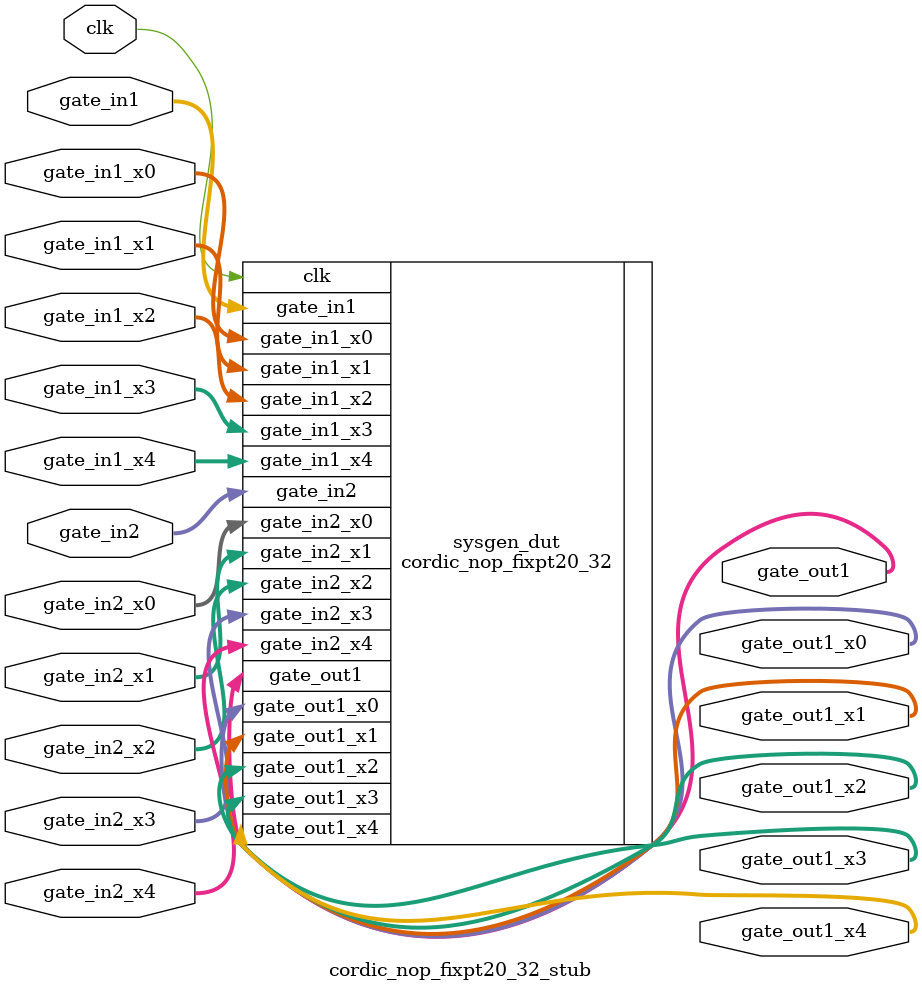
<source format=v>
`timescale 1 ns / 10 ps
module cordic_nop_fixpt20_32_stub (
  input [27-1:0] gate_in1_x4,
  input [27-1:0] gate_in2,
  input [28-1:0] gate_in1,
  input [28-1:0] gate_in2_x0,
  input [29-1:0] gate_in1_x0,
  input [29-1:0] gate_in2_x1,
  input [30-1:0] gate_in1_x1,
  input [30-1:0] gate_in2_x2,
  input [31-1:0] gate_in1_x2,
  input [31-1:0] gate_in2_x3,
  input [32-1:0] gate_in1_x3,
  input [32-1:0] gate_in2_x4,
  input clk,
  output [27-1:0] gate_out1_x0,
  output [28-1:0] gate_out1_x1,
  output [29-1:0] gate_out1_x2,
  output [30-1:0] gate_out1,
  output [31-1:0] gate_out1_x3,
  output [32-1:0] gate_out1_x4
);
  cordic_nop_fixpt20_32 sysgen_dut (
    .gate_in1_x4(gate_in1_x4),
    .gate_in2(gate_in2),
    .gate_in1(gate_in1),
    .gate_in2_x0(gate_in2_x0),
    .gate_in1_x0(gate_in1_x0),
    .gate_in2_x1(gate_in2_x1),
    .gate_in1_x1(gate_in1_x1),
    .gate_in2_x2(gate_in2_x2),
    .gate_in1_x2(gate_in1_x2),
    .gate_in2_x3(gate_in2_x3),
    .gate_in1_x3(gate_in1_x3),
    .gate_in2_x4(gate_in2_x4),
    .clk(clk),
    .gate_out1_x0(gate_out1_x0),
    .gate_out1_x1(gate_out1_x1),
    .gate_out1_x2(gate_out1_x2),
    .gate_out1(gate_out1),
    .gate_out1_x3(gate_out1_x3),
    .gate_out1_x4(gate_out1_x4)
  );
endmodule

</source>
